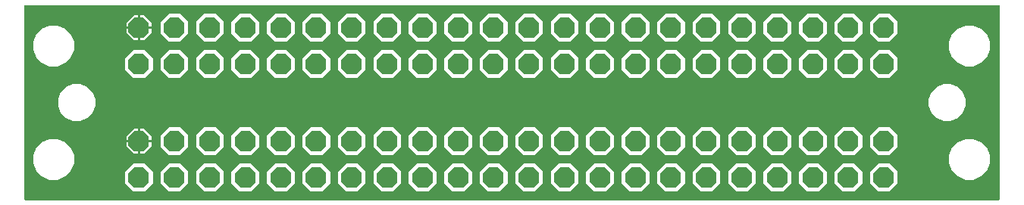
<source format=gbl>
G04 EAGLE Gerber RS-274X export*
G75*
%MOMM*%
%FSLAX34Y34*%
%LPD*%
%INBottom Copper*%
%IPPOS*%
%AMOC8*
5,1,8,0,0,1.08239X$1,22.5*%
G01*
%ADD10P,2.474344X8X202.500000*%
%ADD11P,2.474344X8X22.500000*%

G36*
X1093490Y5084D02*
X1093490Y5084D01*
X1093509Y5082D01*
X1093611Y5104D01*
X1093713Y5120D01*
X1093730Y5130D01*
X1093750Y5134D01*
X1093839Y5187D01*
X1093930Y5236D01*
X1093944Y5250D01*
X1093961Y5260D01*
X1094028Y5339D01*
X1094100Y5414D01*
X1094108Y5432D01*
X1094121Y5447D01*
X1094160Y5543D01*
X1094203Y5637D01*
X1094205Y5657D01*
X1094213Y5675D01*
X1094231Y5842D01*
X1094231Y222758D01*
X1094228Y222778D01*
X1094230Y222797D01*
X1094208Y222899D01*
X1094192Y223001D01*
X1094182Y223018D01*
X1094178Y223038D01*
X1094125Y223127D01*
X1094076Y223218D01*
X1094062Y223232D01*
X1094052Y223249D01*
X1093973Y223316D01*
X1093898Y223388D01*
X1093880Y223396D01*
X1093865Y223409D01*
X1093769Y223448D01*
X1093675Y223491D01*
X1093655Y223493D01*
X1093637Y223501D01*
X1093470Y223519D01*
X5842Y223519D01*
X5822Y223516D01*
X5803Y223518D01*
X5701Y223496D01*
X5599Y223480D01*
X5582Y223470D01*
X5562Y223466D01*
X5473Y223413D01*
X5382Y223364D01*
X5368Y223350D01*
X5351Y223340D01*
X5284Y223261D01*
X5212Y223186D01*
X5204Y223168D01*
X5191Y223153D01*
X5152Y223057D01*
X5109Y222963D01*
X5107Y222943D01*
X5099Y222925D01*
X5081Y222758D01*
X5081Y5842D01*
X5084Y5822D01*
X5082Y5803D01*
X5104Y5701D01*
X5120Y5599D01*
X5130Y5582D01*
X5134Y5562D01*
X5187Y5473D01*
X5236Y5382D01*
X5250Y5368D01*
X5260Y5351D01*
X5339Y5284D01*
X5414Y5212D01*
X5432Y5204D01*
X5447Y5191D01*
X5543Y5152D01*
X5637Y5109D01*
X5657Y5107D01*
X5675Y5099D01*
X5842Y5081D01*
X1093470Y5081D01*
X1093490Y5084D01*
G37*
%LPC*%
G36*
X33045Y154939D02*
X33045Y154939D01*
X24642Y158420D01*
X18212Y164850D01*
X14731Y173253D01*
X14731Y182347D01*
X18212Y190750D01*
X24642Y197180D01*
X33045Y200661D01*
X42139Y200661D01*
X50542Y197180D01*
X56972Y190750D01*
X60453Y182347D01*
X60453Y173253D01*
X56972Y164850D01*
X50542Y158420D01*
X42139Y154939D01*
X33045Y154939D01*
G37*
%LPD*%
%LPC*%
G36*
X33045Y27939D02*
X33045Y27939D01*
X24642Y31420D01*
X18212Y37850D01*
X14731Y46253D01*
X14731Y55347D01*
X18212Y63750D01*
X24642Y70180D01*
X33045Y73661D01*
X42139Y73661D01*
X50542Y70180D01*
X56972Y63750D01*
X60453Y55347D01*
X60453Y46253D01*
X56972Y37850D01*
X50542Y31420D01*
X42139Y27939D01*
X33045Y27939D01*
G37*
%LPD*%
%LPC*%
G36*
X1056157Y27939D02*
X1056157Y27939D01*
X1047754Y31420D01*
X1041324Y37850D01*
X1037843Y46253D01*
X1037843Y55347D01*
X1041324Y63750D01*
X1047754Y70180D01*
X1056157Y73661D01*
X1065251Y73661D01*
X1073654Y70180D01*
X1080084Y63750D01*
X1083565Y55347D01*
X1083565Y46253D01*
X1080084Y37850D01*
X1073654Y31420D01*
X1065251Y27939D01*
X1056157Y27939D01*
G37*
%LPD*%
%LPC*%
G36*
X1056157Y154939D02*
X1056157Y154939D01*
X1047754Y158420D01*
X1041324Y164850D01*
X1037843Y173253D01*
X1037843Y182347D01*
X1041324Y190750D01*
X1047754Y197180D01*
X1056157Y200661D01*
X1065251Y200661D01*
X1073654Y197180D01*
X1080084Y190750D01*
X1083565Y182347D01*
X1083565Y173253D01*
X1080084Y164850D01*
X1073654Y158420D01*
X1065251Y154939D01*
X1056157Y154939D01*
G37*
%LPD*%
%LPC*%
G36*
X59357Y93471D02*
X59357Y93471D01*
X51701Y96642D01*
X45842Y102501D01*
X42671Y110157D01*
X42671Y118443D01*
X45842Y126099D01*
X51701Y131958D01*
X59357Y135129D01*
X67643Y135129D01*
X75299Y131958D01*
X81158Y126099D01*
X84329Y118443D01*
X84329Y110157D01*
X81158Y102501D01*
X75299Y96642D01*
X67643Y93471D01*
X59357Y93471D01*
G37*
%LPD*%
%LPC*%
G36*
X1031669Y93471D02*
X1031669Y93471D01*
X1024013Y96642D01*
X1018154Y102501D01*
X1014983Y110157D01*
X1014983Y118443D01*
X1018154Y126099D01*
X1024013Y131958D01*
X1031669Y135129D01*
X1039955Y135129D01*
X1047611Y131958D01*
X1053470Y126099D01*
X1056641Y118443D01*
X1056641Y110157D01*
X1053470Y102501D01*
X1047611Y96642D01*
X1039955Y93471D01*
X1031669Y93471D01*
G37*
%LPD*%
%LPC*%
G36*
X602166Y182625D02*
X602166Y182625D01*
X593089Y191702D01*
X593089Y204538D01*
X602166Y213615D01*
X615002Y213615D01*
X624079Y204538D01*
X624079Y191702D01*
X615002Y182625D01*
X602166Y182625D01*
G37*
%LPD*%
%LPC*%
G36*
X562542Y182625D02*
X562542Y182625D01*
X553465Y191702D01*
X553465Y204538D01*
X562542Y213615D01*
X575378Y213615D01*
X584455Y204538D01*
X584455Y191702D01*
X575378Y182625D01*
X562542Y182625D01*
G37*
%LPD*%
%LPC*%
G36*
X958782Y182625D02*
X958782Y182625D01*
X949705Y191702D01*
X949705Y204538D01*
X958782Y213615D01*
X971618Y213615D01*
X980695Y204538D01*
X980695Y191702D01*
X971618Y182625D01*
X958782Y182625D01*
G37*
%LPD*%
%LPC*%
G36*
X919158Y182625D02*
X919158Y182625D01*
X910081Y191702D01*
X910081Y204538D01*
X919158Y213615D01*
X931994Y213615D01*
X941071Y204538D01*
X941071Y191702D01*
X931994Y182625D01*
X919158Y182625D01*
G37*
%LPD*%
%LPC*%
G36*
X879534Y182625D02*
X879534Y182625D01*
X870457Y191702D01*
X870457Y204538D01*
X879534Y213615D01*
X892370Y213615D01*
X901447Y204538D01*
X901447Y191702D01*
X892370Y182625D01*
X879534Y182625D01*
G37*
%LPD*%
%LPC*%
G36*
X839910Y182625D02*
X839910Y182625D01*
X830833Y191702D01*
X830833Y204538D01*
X839910Y213615D01*
X852746Y213615D01*
X861823Y204538D01*
X861823Y191702D01*
X852746Y182625D01*
X839910Y182625D01*
G37*
%LPD*%
%LPC*%
G36*
X800286Y182625D02*
X800286Y182625D01*
X791209Y191702D01*
X791209Y204538D01*
X800286Y213615D01*
X813122Y213615D01*
X822199Y204538D01*
X822199Y191702D01*
X813122Y182625D01*
X800286Y182625D01*
G37*
%LPD*%
%LPC*%
G36*
X760662Y182625D02*
X760662Y182625D01*
X751585Y191702D01*
X751585Y204538D01*
X760662Y213615D01*
X773498Y213615D01*
X782575Y204538D01*
X782575Y191702D01*
X773498Y182625D01*
X760662Y182625D01*
G37*
%LPD*%
%LPC*%
G36*
X721038Y182625D02*
X721038Y182625D01*
X711961Y191702D01*
X711961Y204538D01*
X721038Y213615D01*
X733874Y213615D01*
X742951Y204538D01*
X742951Y191702D01*
X733874Y182625D01*
X721038Y182625D01*
G37*
%LPD*%
%LPC*%
G36*
X681414Y182625D02*
X681414Y182625D01*
X672337Y191702D01*
X672337Y204538D01*
X681414Y213615D01*
X694250Y213615D01*
X703327Y204538D01*
X703327Y191702D01*
X694250Y182625D01*
X681414Y182625D01*
G37*
%LPD*%
%LPC*%
G36*
X641790Y182625D02*
X641790Y182625D01*
X632713Y191702D01*
X632713Y204538D01*
X641790Y213615D01*
X654626Y213615D01*
X663703Y204538D01*
X663703Y191702D01*
X654626Y182625D01*
X641790Y182625D01*
G37*
%LPD*%
%LPC*%
G36*
X483294Y182625D02*
X483294Y182625D01*
X474217Y191702D01*
X474217Y204538D01*
X483294Y213615D01*
X496130Y213615D01*
X505207Y204538D01*
X505207Y191702D01*
X496130Y182625D01*
X483294Y182625D01*
G37*
%LPD*%
%LPC*%
G36*
X443670Y182625D02*
X443670Y182625D01*
X434593Y191702D01*
X434593Y204538D01*
X443670Y213615D01*
X456506Y213615D01*
X465583Y204538D01*
X465583Y191702D01*
X456506Y182625D01*
X443670Y182625D01*
G37*
%LPD*%
%LPC*%
G36*
X404046Y182625D02*
X404046Y182625D01*
X394969Y191702D01*
X394969Y204538D01*
X404046Y213615D01*
X416882Y213615D01*
X425959Y204538D01*
X425959Y191702D01*
X416882Y182625D01*
X404046Y182625D01*
G37*
%LPD*%
%LPC*%
G36*
X364422Y182625D02*
X364422Y182625D01*
X355345Y191702D01*
X355345Y204538D01*
X364422Y213615D01*
X377258Y213615D01*
X386335Y204538D01*
X386335Y191702D01*
X377258Y182625D01*
X364422Y182625D01*
G37*
%LPD*%
%LPC*%
G36*
X324798Y182625D02*
X324798Y182625D01*
X315721Y191702D01*
X315721Y204538D01*
X324798Y213615D01*
X337634Y213615D01*
X346711Y204538D01*
X346711Y191702D01*
X337634Y182625D01*
X324798Y182625D01*
G37*
%LPD*%
%LPC*%
G36*
X285174Y182625D02*
X285174Y182625D01*
X276097Y191702D01*
X276097Y204538D01*
X285174Y213615D01*
X298010Y213615D01*
X307087Y204538D01*
X307087Y191702D01*
X298010Y182625D01*
X285174Y182625D01*
G37*
%LPD*%
%LPC*%
G36*
X245550Y182625D02*
X245550Y182625D01*
X236473Y191702D01*
X236473Y204538D01*
X245550Y213615D01*
X258386Y213615D01*
X267463Y204538D01*
X267463Y191702D01*
X258386Y182625D01*
X245550Y182625D01*
G37*
%LPD*%
%LPC*%
G36*
X205926Y182625D02*
X205926Y182625D01*
X196849Y191702D01*
X196849Y204538D01*
X205926Y213615D01*
X218762Y213615D01*
X227839Y204538D01*
X227839Y191702D01*
X218762Y182625D01*
X205926Y182625D01*
G37*
%LPD*%
%LPC*%
G36*
X166302Y182625D02*
X166302Y182625D01*
X157225Y191702D01*
X157225Y204538D01*
X166302Y213615D01*
X179138Y213615D01*
X188215Y204538D01*
X188215Y191702D01*
X179138Y182625D01*
X166302Y182625D01*
G37*
%LPD*%
%LPC*%
G36*
X205926Y14985D02*
X205926Y14985D01*
X196849Y24062D01*
X196849Y36898D01*
X205926Y45975D01*
X218762Y45975D01*
X227839Y36898D01*
X227839Y24062D01*
X218762Y14985D01*
X205926Y14985D01*
G37*
%LPD*%
%LPC*%
G36*
X166302Y14985D02*
X166302Y14985D01*
X157225Y24062D01*
X157225Y36898D01*
X166302Y45975D01*
X179138Y45975D01*
X188215Y36898D01*
X188215Y24062D01*
X179138Y14985D01*
X166302Y14985D01*
G37*
%LPD*%
%LPC*%
G36*
X522918Y182625D02*
X522918Y182625D01*
X513841Y191702D01*
X513841Y204538D01*
X522918Y213615D01*
X535754Y213615D01*
X544831Y204538D01*
X544831Y191702D01*
X535754Y182625D01*
X522918Y182625D01*
G37*
%LPD*%
%LPC*%
G36*
X166302Y141985D02*
X166302Y141985D01*
X157225Y151062D01*
X157225Y163898D01*
X166302Y172975D01*
X179138Y172975D01*
X188215Y163898D01*
X188215Y151062D01*
X179138Y141985D01*
X166302Y141985D01*
G37*
%LPD*%
%LPC*%
G36*
X126678Y141985D02*
X126678Y141985D01*
X117601Y151062D01*
X117601Y163898D01*
X126678Y172975D01*
X139514Y172975D01*
X148591Y163898D01*
X148591Y151062D01*
X139514Y141985D01*
X126678Y141985D01*
G37*
%LPD*%
%LPC*%
G36*
X958782Y141985D02*
X958782Y141985D01*
X949705Y151062D01*
X949705Y163898D01*
X958782Y172975D01*
X971618Y172975D01*
X980695Y163898D01*
X980695Y151062D01*
X971618Y141985D01*
X958782Y141985D01*
G37*
%LPD*%
%LPC*%
G36*
X919158Y141985D02*
X919158Y141985D01*
X910081Y151062D01*
X910081Y163898D01*
X919158Y172975D01*
X931994Y172975D01*
X941071Y163898D01*
X941071Y151062D01*
X931994Y141985D01*
X919158Y141985D01*
G37*
%LPD*%
%LPC*%
G36*
X879534Y141985D02*
X879534Y141985D01*
X870457Y151062D01*
X870457Y163898D01*
X879534Y172975D01*
X892370Y172975D01*
X901447Y163898D01*
X901447Y151062D01*
X892370Y141985D01*
X879534Y141985D01*
G37*
%LPD*%
%LPC*%
G36*
X839910Y141985D02*
X839910Y141985D01*
X830833Y151062D01*
X830833Y163898D01*
X839910Y172975D01*
X852746Y172975D01*
X861823Y163898D01*
X861823Y151062D01*
X852746Y141985D01*
X839910Y141985D01*
G37*
%LPD*%
%LPC*%
G36*
X800286Y141985D02*
X800286Y141985D01*
X791209Y151062D01*
X791209Y163898D01*
X800286Y172975D01*
X813122Y172975D01*
X822199Y163898D01*
X822199Y151062D01*
X813122Y141985D01*
X800286Y141985D01*
G37*
%LPD*%
%LPC*%
G36*
X760662Y141985D02*
X760662Y141985D01*
X751585Y151062D01*
X751585Y163898D01*
X760662Y172975D01*
X773498Y172975D01*
X782575Y163898D01*
X782575Y151062D01*
X773498Y141985D01*
X760662Y141985D01*
G37*
%LPD*%
%LPC*%
G36*
X721038Y141985D02*
X721038Y141985D01*
X711961Y151062D01*
X711961Y163898D01*
X721038Y172975D01*
X733874Y172975D01*
X742951Y163898D01*
X742951Y151062D01*
X733874Y141985D01*
X721038Y141985D01*
G37*
%LPD*%
%LPC*%
G36*
X681414Y141985D02*
X681414Y141985D01*
X672337Y151062D01*
X672337Y163898D01*
X681414Y172975D01*
X694250Y172975D01*
X703327Y163898D01*
X703327Y151062D01*
X694250Y141985D01*
X681414Y141985D01*
G37*
%LPD*%
%LPC*%
G36*
X602166Y141985D02*
X602166Y141985D01*
X593089Y151062D01*
X593089Y163898D01*
X602166Y172975D01*
X615002Y172975D01*
X624079Y163898D01*
X624079Y151062D01*
X615002Y141985D01*
X602166Y141985D01*
G37*
%LPD*%
%LPC*%
G36*
X562542Y141985D02*
X562542Y141985D01*
X553465Y151062D01*
X553465Y163898D01*
X562542Y172975D01*
X575378Y172975D01*
X584455Y163898D01*
X584455Y151062D01*
X575378Y141985D01*
X562542Y141985D01*
G37*
%LPD*%
%LPC*%
G36*
X522918Y141985D02*
X522918Y141985D01*
X513841Y151062D01*
X513841Y163898D01*
X522918Y172975D01*
X535754Y172975D01*
X544831Y163898D01*
X544831Y151062D01*
X535754Y141985D01*
X522918Y141985D01*
G37*
%LPD*%
%LPC*%
G36*
X483294Y141985D02*
X483294Y141985D01*
X474217Y151062D01*
X474217Y163898D01*
X483294Y172975D01*
X496130Y172975D01*
X505207Y163898D01*
X505207Y151062D01*
X496130Y141985D01*
X483294Y141985D01*
G37*
%LPD*%
%LPC*%
G36*
X443670Y141985D02*
X443670Y141985D01*
X434593Y151062D01*
X434593Y163898D01*
X443670Y172975D01*
X456506Y172975D01*
X465583Y163898D01*
X465583Y151062D01*
X456506Y141985D01*
X443670Y141985D01*
G37*
%LPD*%
%LPC*%
G36*
X404046Y141985D02*
X404046Y141985D01*
X394969Y151062D01*
X394969Y163898D01*
X404046Y172975D01*
X416882Y172975D01*
X425959Y163898D01*
X425959Y151062D01*
X416882Y141985D01*
X404046Y141985D01*
G37*
%LPD*%
%LPC*%
G36*
X364422Y141985D02*
X364422Y141985D01*
X355345Y151062D01*
X355345Y163898D01*
X364422Y172975D01*
X377258Y172975D01*
X386335Y163898D01*
X386335Y151062D01*
X377258Y141985D01*
X364422Y141985D01*
G37*
%LPD*%
%LPC*%
G36*
X324798Y141985D02*
X324798Y141985D01*
X315721Y151062D01*
X315721Y163898D01*
X324798Y172975D01*
X337634Y172975D01*
X346711Y163898D01*
X346711Y151062D01*
X337634Y141985D01*
X324798Y141985D01*
G37*
%LPD*%
%LPC*%
G36*
X285174Y141985D02*
X285174Y141985D01*
X276097Y151062D01*
X276097Y163898D01*
X285174Y172975D01*
X298010Y172975D01*
X307087Y163898D01*
X307087Y151062D01*
X298010Y141985D01*
X285174Y141985D01*
G37*
%LPD*%
%LPC*%
G36*
X245550Y141985D02*
X245550Y141985D01*
X236473Y151062D01*
X236473Y163898D01*
X245550Y172975D01*
X258386Y172975D01*
X267463Y163898D01*
X267463Y151062D01*
X258386Y141985D01*
X245550Y141985D01*
G37*
%LPD*%
%LPC*%
G36*
X205926Y141985D02*
X205926Y141985D01*
X196849Y151062D01*
X196849Y163898D01*
X205926Y172975D01*
X218762Y172975D01*
X227839Y163898D01*
X227839Y151062D01*
X218762Y141985D01*
X205926Y141985D01*
G37*
%LPD*%
%LPC*%
G36*
X641790Y141985D02*
X641790Y141985D01*
X632713Y151062D01*
X632713Y163898D01*
X641790Y172975D01*
X654626Y172975D01*
X663703Y163898D01*
X663703Y151062D01*
X654626Y141985D01*
X641790Y141985D01*
G37*
%LPD*%
%LPC*%
G36*
X879534Y55625D02*
X879534Y55625D01*
X870457Y64702D01*
X870457Y77538D01*
X879534Y86615D01*
X892370Y86615D01*
X901447Y77538D01*
X901447Y64702D01*
X892370Y55625D01*
X879534Y55625D01*
G37*
%LPD*%
%LPC*%
G36*
X839910Y55625D02*
X839910Y55625D01*
X830833Y64702D01*
X830833Y77538D01*
X839910Y86615D01*
X852746Y86615D01*
X861823Y77538D01*
X861823Y64702D01*
X852746Y55625D01*
X839910Y55625D01*
G37*
%LPD*%
%LPC*%
G36*
X958782Y55625D02*
X958782Y55625D01*
X949705Y64702D01*
X949705Y77538D01*
X958782Y86615D01*
X971618Y86615D01*
X980695Y77538D01*
X980695Y64702D01*
X971618Y55625D01*
X958782Y55625D01*
G37*
%LPD*%
%LPC*%
G36*
X919158Y55625D02*
X919158Y55625D01*
X910081Y64702D01*
X910081Y77538D01*
X919158Y86615D01*
X931994Y86615D01*
X941071Y77538D01*
X941071Y64702D01*
X931994Y55625D01*
X919158Y55625D01*
G37*
%LPD*%
%LPC*%
G36*
X641790Y55625D02*
X641790Y55625D01*
X632713Y64702D01*
X632713Y77538D01*
X641790Y86615D01*
X654626Y86615D01*
X663703Y77538D01*
X663703Y64702D01*
X654626Y55625D01*
X641790Y55625D01*
G37*
%LPD*%
%LPC*%
G36*
X602166Y55625D02*
X602166Y55625D01*
X593089Y64702D01*
X593089Y77538D01*
X602166Y86615D01*
X615002Y86615D01*
X624079Y77538D01*
X624079Y64702D01*
X615002Y55625D01*
X602166Y55625D01*
G37*
%LPD*%
%LPC*%
G36*
X800286Y55625D02*
X800286Y55625D01*
X791209Y64702D01*
X791209Y77538D01*
X800286Y86615D01*
X813122Y86615D01*
X822199Y77538D01*
X822199Y64702D01*
X813122Y55625D01*
X800286Y55625D01*
G37*
%LPD*%
%LPC*%
G36*
X760662Y55625D02*
X760662Y55625D01*
X751585Y64702D01*
X751585Y77538D01*
X760662Y86615D01*
X773498Y86615D01*
X782575Y77538D01*
X782575Y64702D01*
X773498Y55625D01*
X760662Y55625D01*
G37*
%LPD*%
%LPC*%
G36*
X721038Y55625D02*
X721038Y55625D01*
X711961Y64702D01*
X711961Y77538D01*
X721038Y86615D01*
X733874Y86615D01*
X742951Y77538D01*
X742951Y64702D01*
X733874Y55625D01*
X721038Y55625D01*
G37*
%LPD*%
%LPC*%
G36*
X681414Y55625D02*
X681414Y55625D01*
X672337Y64702D01*
X672337Y77538D01*
X681414Y86615D01*
X694250Y86615D01*
X703327Y77538D01*
X703327Y64702D01*
X694250Y55625D01*
X681414Y55625D01*
G37*
%LPD*%
%LPC*%
G36*
X562542Y55625D02*
X562542Y55625D01*
X553465Y64702D01*
X553465Y77538D01*
X562542Y86615D01*
X575378Y86615D01*
X584455Y77538D01*
X584455Y64702D01*
X575378Y55625D01*
X562542Y55625D01*
G37*
%LPD*%
%LPC*%
G36*
X522918Y55625D02*
X522918Y55625D01*
X513841Y64702D01*
X513841Y77538D01*
X522918Y86615D01*
X535754Y86615D01*
X544831Y77538D01*
X544831Y64702D01*
X535754Y55625D01*
X522918Y55625D01*
G37*
%LPD*%
%LPC*%
G36*
X483294Y55625D02*
X483294Y55625D01*
X474217Y64702D01*
X474217Y77538D01*
X483294Y86615D01*
X496130Y86615D01*
X505207Y77538D01*
X505207Y64702D01*
X496130Y55625D01*
X483294Y55625D01*
G37*
%LPD*%
%LPC*%
G36*
X443670Y55625D02*
X443670Y55625D01*
X434593Y64702D01*
X434593Y77538D01*
X443670Y86615D01*
X456506Y86615D01*
X465583Y77538D01*
X465583Y64702D01*
X456506Y55625D01*
X443670Y55625D01*
G37*
%LPD*%
%LPC*%
G36*
X404046Y55625D02*
X404046Y55625D01*
X394969Y64702D01*
X394969Y77538D01*
X404046Y86615D01*
X416882Y86615D01*
X425959Y77538D01*
X425959Y64702D01*
X416882Y55625D01*
X404046Y55625D01*
G37*
%LPD*%
%LPC*%
G36*
X364422Y55625D02*
X364422Y55625D01*
X355345Y64702D01*
X355345Y77538D01*
X364422Y86615D01*
X377258Y86615D01*
X386335Y77538D01*
X386335Y64702D01*
X377258Y55625D01*
X364422Y55625D01*
G37*
%LPD*%
%LPC*%
G36*
X324798Y55625D02*
X324798Y55625D01*
X315721Y64702D01*
X315721Y77538D01*
X324798Y86615D01*
X337634Y86615D01*
X346711Y77538D01*
X346711Y64702D01*
X337634Y55625D01*
X324798Y55625D01*
G37*
%LPD*%
%LPC*%
G36*
X285174Y55625D02*
X285174Y55625D01*
X276097Y64702D01*
X276097Y77538D01*
X285174Y86615D01*
X298010Y86615D01*
X307087Y77538D01*
X307087Y64702D01*
X298010Y55625D01*
X285174Y55625D01*
G37*
%LPD*%
%LPC*%
G36*
X245550Y55625D02*
X245550Y55625D01*
X236473Y64702D01*
X236473Y77538D01*
X245550Y86615D01*
X258386Y86615D01*
X267463Y77538D01*
X267463Y64702D01*
X258386Y55625D01*
X245550Y55625D01*
G37*
%LPD*%
%LPC*%
G36*
X205926Y55625D02*
X205926Y55625D01*
X196849Y64702D01*
X196849Y77538D01*
X205926Y86615D01*
X218762Y86615D01*
X227839Y77538D01*
X227839Y64702D01*
X218762Y55625D01*
X205926Y55625D01*
G37*
%LPD*%
%LPC*%
G36*
X166302Y55625D02*
X166302Y55625D01*
X157225Y64702D01*
X157225Y77538D01*
X166302Y86615D01*
X179138Y86615D01*
X188215Y77538D01*
X188215Y64702D01*
X179138Y55625D01*
X166302Y55625D01*
G37*
%LPD*%
%LPC*%
G36*
X602166Y14985D02*
X602166Y14985D01*
X593089Y24062D01*
X593089Y36898D01*
X602166Y45975D01*
X615002Y45975D01*
X624079Y36898D01*
X624079Y24062D01*
X615002Y14985D01*
X602166Y14985D01*
G37*
%LPD*%
%LPC*%
G36*
X958782Y14985D02*
X958782Y14985D01*
X949705Y24062D01*
X949705Y36898D01*
X958782Y45975D01*
X971618Y45975D01*
X980695Y36898D01*
X980695Y24062D01*
X971618Y14985D01*
X958782Y14985D01*
G37*
%LPD*%
%LPC*%
G36*
X919158Y14985D02*
X919158Y14985D01*
X910081Y24062D01*
X910081Y36898D01*
X919158Y45975D01*
X931994Y45975D01*
X941071Y36898D01*
X941071Y24062D01*
X931994Y14985D01*
X919158Y14985D01*
G37*
%LPD*%
%LPC*%
G36*
X879534Y14985D02*
X879534Y14985D01*
X870457Y24062D01*
X870457Y36898D01*
X879534Y45975D01*
X892370Y45975D01*
X901447Y36898D01*
X901447Y24062D01*
X892370Y14985D01*
X879534Y14985D01*
G37*
%LPD*%
%LPC*%
G36*
X839910Y14985D02*
X839910Y14985D01*
X830833Y24062D01*
X830833Y36898D01*
X839910Y45975D01*
X852746Y45975D01*
X861823Y36898D01*
X861823Y24062D01*
X852746Y14985D01*
X839910Y14985D01*
G37*
%LPD*%
%LPC*%
G36*
X800286Y14985D02*
X800286Y14985D01*
X791209Y24062D01*
X791209Y36898D01*
X800286Y45975D01*
X813122Y45975D01*
X822199Y36898D01*
X822199Y24062D01*
X813122Y14985D01*
X800286Y14985D01*
G37*
%LPD*%
%LPC*%
G36*
X760662Y14985D02*
X760662Y14985D01*
X751585Y24062D01*
X751585Y36898D01*
X760662Y45975D01*
X773498Y45975D01*
X782575Y36898D01*
X782575Y24062D01*
X773498Y14985D01*
X760662Y14985D01*
G37*
%LPD*%
%LPC*%
G36*
X721038Y14985D02*
X721038Y14985D01*
X711961Y24062D01*
X711961Y36898D01*
X721038Y45975D01*
X733874Y45975D01*
X742951Y36898D01*
X742951Y24062D01*
X733874Y14985D01*
X721038Y14985D01*
G37*
%LPD*%
%LPC*%
G36*
X681414Y14985D02*
X681414Y14985D01*
X672337Y24062D01*
X672337Y36898D01*
X681414Y45975D01*
X694250Y45975D01*
X703327Y36898D01*
X703327Y24062D01*
X694250Y14985D01*
X681414Y14985D01*
G37*
%LPD*%
%LPC*%
G36*
X641790Y14985D02*
X641790Y14985D01*
X632713Y24062D01*
X632713Y36898D01*
X641790Y45975D01*
X654626Y45975D01*
X663703Y36898D01*
X663703Y24062D01*
X654626Y14985D01*
X641790Y14985D01*
G37*
%LPD*%
%LPC*%
G36*
X126678Y14985D02*
X126678Y14985D01*
X117601Y24062D01*
X117601Y36898D01*
X126678Y45975D01*
X139514Y45975D01*
X148591Y36898D01*
X148591Y24062D01*
X139514Y14985D01*
X126678Y14985D01*
G37*
%LPD*%
%LPC*%
G36*
X562542Y14985D02*
X562542Y14985D01*
X553465Y24062D01*
X553465Y36898D01*
X562542Y45975D01*
X575378Y45975D01*
X584455Y36898D01*
X584455Y24062D01*
X575378Y14985D01*
X562542Y14985D01*
G37*
%LPD*%
%LPC*%
G36*
X522918Y14985D02*
X522918Y14985D01*
X513841Y24062D01*
X513841Y36898D01*
X522918Y45975D01*
X535754Y45975D01*
X544831Y36898D01*
X544831Y24062D01*
X535754Y14985D01*
X522918Y14985D01*
G37*
%LPD*%
%LPC*%
G36*
X483294Y14985D02*
X483294Y14985D01*
X474217Y24062D01*
X474217Y36898D01*
X483294Y45975D01*
X496130Y45975D01*
X505207Y36898D01*
X505207Y24062D01*
X496130Y14985D01*
X483294Y14985D01*
G37*
%LPD*%
%LPC*%
G36*
X443670Y14985D02*
X443670Y14985D01*
X434593Y24062D01*
X434593Y36898D01*
X443670Y45975D01*
X456506Y45975D01*
X465583Y36898D01*
X465583Y24062D01*
X456506Y14985D01*
X443670Y14985D01*
G37*
%LPD*%
%LPC*%
G36*
X404046Y14985D02*
X404046Y14985D01*
X394969Y24062D01*
X394969Y36898D01*
X404046Y45975D01*
X416882Y45975D01*
X425959Y36898D01*
X425959Y24062D01*
X416882Y14985D01*
X404046Y14985D01*
G37*
%LPD*%
%LPC*%
G36*
X364422Y14985D02*
X364422Y14985D01*
X355345Y24062D01*
X355345Y36898D01*
X364422Y45975D01*
X377258Y45975D01*
X386335Y36898D01*
X386335Y24062D01*
X377258Y14985D01*
X364422Y14985D01*
G37*
%LPD*%
%LPC*%
G36*
X324798Y14985D02*
X324798Y14985D01*
X315721Y24062D01*
X315721Y36898D01*
X324798Y45975D01*
X337634Y45975D01*
X346711Y36898D01*
X346711Y24062D01*
X337634Y14985D01*
X324798Y14985D01*
G37*
%LPD*%
%LPC*%
G36*
X285174Y14985D02*
X285174Y14985D01*
X276097Y24062D01*
X276097Y36898D01*
X285174Y45975D01*
X298010Y45975D01*
X307087Y36898D01*
X307087Y24062D01*
X298010Y14985D01*
X285174Y14985D01*
G37*
%LPD*%
%LPC*%
G36*
X245550Y14985D02*
X245550Y14985D01*
X236473Y24062D01*
X236473Y36898D01*
X245550Y45975D01*
X258386Y45975D01*
X267463Y36898D01*
X267463Y24062D01*
X258386Y14985D01*
X245550Y14985D01*
G37*
%LPD*%
%LPC*%
G36*
X134619Y199643D02*
X134619Y199643D01*
X134619Y212091D01*
X138883Y212091D01*
X147067Y203907D01*
X147067Y199643D01*
X134619Y199643D01*
G37*
%LPD*%
%LPC*%
G36*
X134619Y72643D02*
X134619Y72643D01*
X134619Y85091D01*
X138883Y85091D01*
X147067Y76907D01*
X147067Y72643D01*
X134619Y72643D01*
G37*
%LPD*%
%LPC*%
G36*
X119125Y199643D02*
X119125Y199643D01*
X119125Y203907D01*
X127309Y212091D01*
X131573Y212091D01*
X131573Y199643D01*
X119125Y199643D01*
G37*
%LPD*%
%LPC*%
G36*
X119125Y72643D02*
X119125Y72643D01*
X119125Y76907D01*
X127309Y85091D01*
X131573Y85091D01*
X131573Y72643D01*
X119125Y72643D01*
G37*
%LPD*%
%LPC*%
G36*
X134619Y184149D02*
X134619Y184149D01*
X134619Y196597D01*
X147067Y196597D01*
X147067Y192333D01*
X138883Y184149D01*
X134619Y184149D01*
G37*
%LPD*%
%LPC*%
G36*
X134619Y57149D02*
X134619Y57149D01*
X134619Y69597D01*
X147067Y69597D01*
X147067Y65333D01*
X138883Y57149D01*
X134619Y57149D01*
G37*
%LPD*%
%LPC*%
G36*
X127309Y184149D02*
X127309Y184149D01*
X119125Y192333D01*
X119125Y196597D01*
X131573Y196597D01*
X131573Y184149D01*
X127309Y184149D01*
G37*
%LPD*%
%LPC*%
G36*
X127309Y57149D02*
X127309Y57149D01*
X119125Y65333D01*
X119125Y69597D01*
X131573Y69597D01*
X131573Y57149D01*
X127309Y57149D01*
G37*
%LPD*%
%LPC*%
G36*
X133095Y198119D02*
X133095Y198119D01*
X133095Y198121D01*
X133097Y198121D01*
X133097Y198119D01*
X133095Y198119D01*
G37*
%LPD*%
%LPC*%
G36*
X133095Y71119D02*
X133095Y71119D01*
X133095Y71121D01*
X133097Y71121D01*
X133097Y71119D01*
X133095Y71119D01*
G37*
%LPD*%
D10*
X568960Y198120D03*
X568960Y157480D03*
X608584Y198120D03*
X648208Y198120D03*
X687832Y198120D03*
X727456Y198120D03*
X767080Y198120D03*
X806704Y198120D03*
X846328Y198120D03*
X885952Y198120D03*
X925576Y198120D03*
X965200Y198120D03*
X608584Y157480D03*
X648208Y157480D03*
X687832Y157480D03*
X727456Y157480D03*
X767080Y157480D03*
X806704Y157480D03*
X846328Y157480D03*
X885952Y157480D03*
X925576Y157480D03*
X965200Y157480D03*
D11*
X529336Y157480D03*
X529336Y198120D03*
X489712Y157480D03*
X450088Y157480D03*
X410464Y157480D03*
X370840Y157480D03*
X331216Y157480D03*
X291592Y157480D03*
X251968Y157480D03*
X212344Y157480D03*
X172720Y157480D03*
X133096Y157480D03*
X489712Y198120D03*
X450088Y198120D03*
X410464Y198120D03*
X370840Y198120D03*
X331216Y198120D03*
X291592Y198120D03*
X251968Y198120D03*
X212344Y198120D03*
X172720Y198120D03*
X133096Y198120D03*
D10*
X568960Y71120D03*
X568960Y30480D03*
X608584Y71120D03*
X648208Y71120D03*
X687832Y71120D03*
X727456Y71120D03*
X767080Y71120D03*
X806704Y71120D03*
X846328Y71120D03*
X885952Y71120D03*
X925576Y71120D03*
X965200Y71120D03*
X608584Y30480D03*
X648208Y30480D03*
X687832Y30480D03*
X727456Y30480D03*
X767080Y30480D03*
X806704Y30480D03*
X846328Y30480D03*
X885952Y30480D03*
X925576Y30480D03*
X965200Y30480D03*
D11*
X529336Y30480D03*
X529336Y71120D03*
X489712Y30480D03*
X450088Y30480D03*
X410464Y30480D03*
X370840Y30480D03*
X331216Y30480D03*
X291592Y30480D03*
X251968Y30480D03*
X212344Y30480D03*
X172720Y30480D03*
X133096Y30480D03*
X489712Y71120D03*
X450088Y71120D03*
X410464Y71120D03*
X370840Y71120D03*
X331216Y71120D03*
X291592Y71120D03*
X251968Y71120D03*
X212344Y71120D03*
X172720Y71120D03*
X133096Y71120D03*
M02*

</source>
